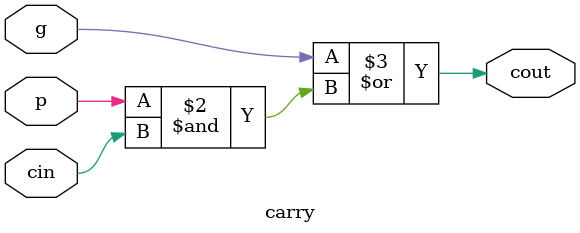
<source format=v>
module carry_lookahead_unit(
  cin,
  g,
  p,

  cout
);

  // Default word length = 4
  parameter W = 4;


  // Input & Output
  input cin;
  input [W-1:0] g;
  input [W-1:0] p;

  output [W-1:0] cout;


  // Generate cout.
  genvar i;
  generate for(i = 0; i < W; i=i+1)
    if (i == 0)
      begin
        carry ca(
          .cin(cin),
          .g(g[i]),
          .p(p[i]),
          .cout(cout[i])
        );
      end
    else
      begin
        carry ca(
          .cin(cout[i-1]),
          .g(g[i]),
          .p(p[i]),
          .cout(cout[i])
        );
      end
  endgenerate

endmodule



module carry(
  input cin,
  input g,
  input p,

  output reg cout
);

  // Generate carry from carry generate and propagate.
  always @(*)
    begin
      cout = g | (p & cin);
    end

endmodule
</source>
